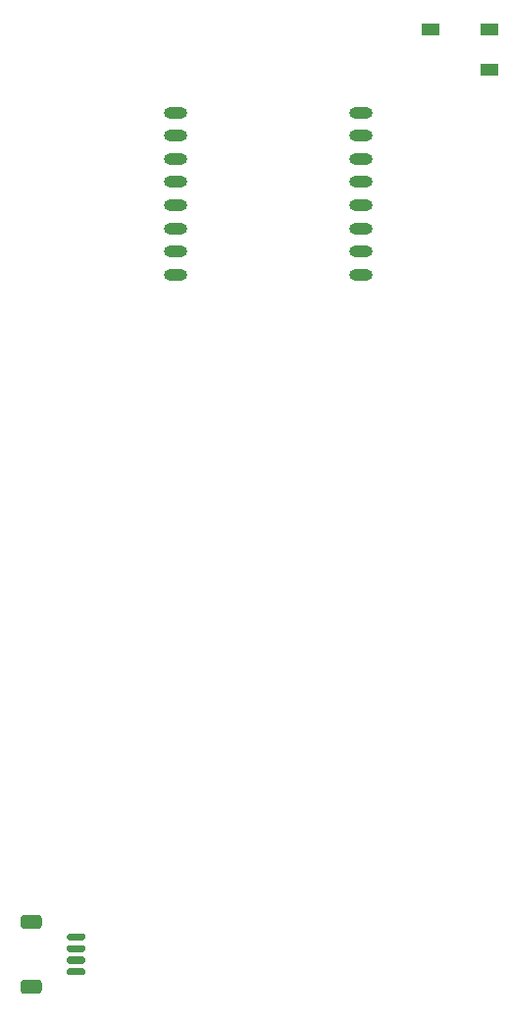
<source format=gbr>
%TF.GenerationSoftware,KiCad,Pcbnew,5.1.12-84ad8e8a86~92~ubuntu18.04.1*%
%TF.CreationDate,2022-01-12T14:22:02-05:00*%
%TF.ProjectId,remote,72656d6f-7465-42e6-9b69-6361645f7063,rev?*%
%TF.SameCoordinates,Original*%
%TF.FileFunction,Paste,Top*%
%TF.FilePolarity,Positive*%
%FSLAX46Y46*%
G04 Gerber Fmt 4.6, Leading zero omitted, Abs format (unit mm)*
G04 Created by KiCad (PCBNEW 5.1.12-84ad8e8a86~92~ubuntu18.04.1) date 2022-01-12 14:22:02*
%MOMM*%
%LPD*%
G01*
G04 APERTURE LIST*
%ADD10O,2.000000X1.000000*%
%ADD11R,1.500000X1.000000*%
G04 APERTURE END LIST*
D10*
%TO.C,U1*%
X85915580Y-83971180D03*
X85915580Y-81971180D03*
X85915580Y-79971180D03*
X85915580Y-77971180D03*
X85915580Y-75971180D03*
X85915580Y-73971180D03*
X85915580Y-71971180D03*
X85915580Y-69971180D03*
X101915580Y-69971180D03*
X101915580Y-71971180D03*
X101915580Y-73971180D03*
X101915580Y-75971180D03*
X101915580Y-77971180D03*
X101915580Y-79971180D03*
X101915580Y-81971180D03*
X101915580Y-83971180D03*
%TD*%
D11*
%TO.C,SP1*%
X113042360Y-66246200D03*
X107942360Y-62846200D03*
X113042360Y-62846200D03*
%TD*%
%TO.C,J20*%
G36*
G01*
X72839999Y-144775000D02*
X74140001Y-144775000D01*
G75*
G02*
X74390000Y-145024999I0J-249999D01*
G01*
X74390000Y-145725001D01*
G75*
G02*
X74140001Y-145975000I-249999J0D01*
G01*
X72839999Y-145975000D01*
G75*
G02*
X72590000Y-145725001I0J249999D01*
G01*
X72590000Y-145024999D01*
G75*
G02*
X72839999Y-144775000I249999J0D01*
G01*
G37*
G36*
G01*
X72839999Y-139175000D02*
X74140001Y-139175000D01*
G75*
G02*
X74390000Y-139424999I0J-249999D01*
G01*
X74390000Y-140125001D01*
G75*
G02*
X74140001Y-140375000I-249999J0D01*
G01*
X72839999Y-140375000D01*
G75*
G02*
X72590000Y-140125001I0J249999D01*
G01*
X72590000Y-139424999D01*
G75*
G02*
X72839999Y-139175000I249999J0D01*
G01*
G37*
G36*
G01*
X76740000Y-143775000D02*
X77990000Y-143775000D01*
G75*
G02*
X78140000Y-143925000I0J-150000D01*
G01*
X78140000Y-144225000D01*
G75*
G02*
X77990000Y-144375000I-150000J0D01*
G01*
X76740000Y-144375000D01*
G75*
G02*
X76590000Y-144225000I0J150000D01*
G01*
X76590000Y-143925000D01*
G75*
G02*
X76740000Y-143775000I150000J0D01*
G01*
G37*
G36*
G01*
X76740000Y-142775000D02*
X77990000Y-142775000D01*
G75*
G02*
X78140000Y-142925000I0J-150000D01*
G01*
X78140000Y-143225000D01*
G75*
G02*
X77990000Y-143375000I-150000J0D01*
G01*
X76740000Y-143375000D01*
G75*
G02*
X76590000Y-143225000I0J150000D01*
G01*
X76590000Y-142925000D01*
G75*
G02*
X76740000Y-142775000I150000J0D01*
G01*
G37*
G36*
G01*
X76740000Y-141775000D02*
X77990000Y-141775000D01*
G75*
G02*
X78140000Y-141925000I0J-150000D01*
G01*
X78140000Y-142225000D01*
G75*
G02*
X77990000Y-142375000I-150000J0D01*
G01*
X76740000Y-142375000D01*
G75*
G02*
X76590000Y-142225000I0J150000D01*
G01*
X76590000Y-141925000D01*
G75*
G02*
X76740000Y-141775000I150000J0D01*
G01*
G37*
G36*
G01*
X76740000Y-140775000D02*
X77990000Y-140775000D01*
G75*
G02*
X78140000Y-140925000I0J-150000D01*
G01*
X78140000Y-141225000D01*
G75*
G02*
X77990000Y-141375000I-150000J0D01*
G01*
X76740000Y-141375000D01*
G75*
G02*
X76590000Y-141225000I0J150000D01*
G01*
X76590000Y-140925000D01*
G75*
G02*
X76740000Y-140775000I150000J0D01*
G01*
G37*
%TD*%
M02*

</source>
